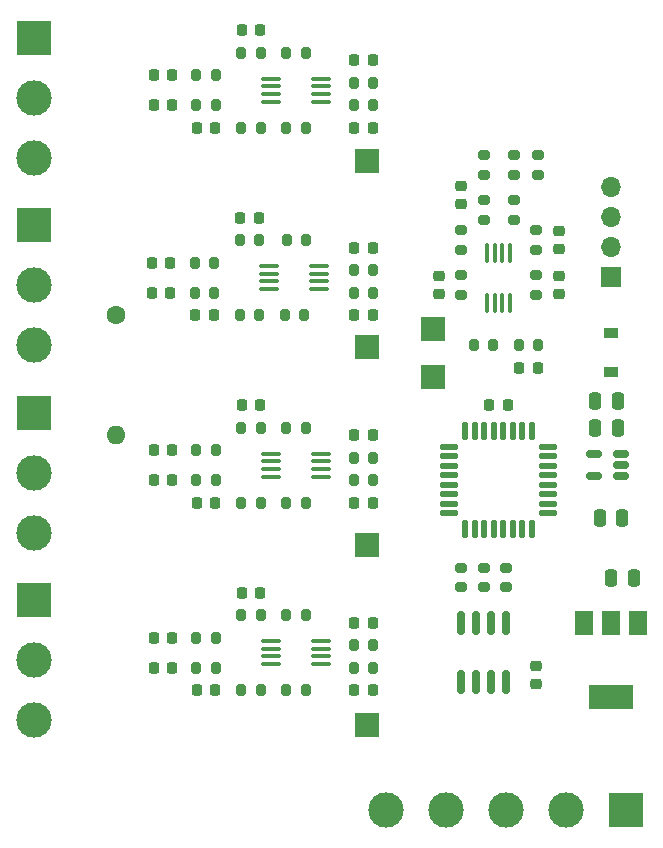
<source format=gts>
%TF.GenerationSoftware,KiCad,Pcbnew,(6.0.7)*%
%TF.CreationDate,2022-12-07T22:38:20+09:00*%
%TF.ProjectId,multi_channel_temperature,6d756c74-695f-4636-9861-6e6e656c5f74,rev?*%
%TF.SameCoordinates,Original*%
%TF.FileFunction,Soldermask,Top*%
%TF.FilePolarity,Negative*%
%FSLAX46Y46*%
G04 Gerber Fmt 4.6, Leading zero omitted, Abs format (unit mm)*
G04 Created by KiCad (PCBNEW (6.0.7)) date 2022-12-07 22:38:20*
%MOMM*%
%LPD*%
G01*
G04 APERTURE LIST*
G04 Aperture macros list*
%AMRoundRect*
0 Rectangle with rounded corners*
0 $1 Rounding radius*
0 $2 $3 $4 $5 $6 $7 $8 $9 X,Y pos of 4 corners*
0 Add a 4 corners polygon primitive as box body*
4,1,4,$2,$3,$4,$5,$6,$7,$8,$9,$2,$3,0*
0 Add four circle primitives for the rounded corners*
1,1,$1+$1,$2,$3*
1,1,$1+$1,$4,$5*
1,1,$1+$1,$6,$7*
1,1,$1+$1,$8,$9*
0 Add four rect primitives between the rounded corners*
20,1,$1+$1,$2,$3,$4,$5,0*
20,1,$1+$1,$4,$5,$6,$7,0*
20,1,$1+$1,$6,$7,$8,$9,0*
20,1,$1+$1,$8,$9,$2,$3,0*%
G04 Aperture macros list end*
%ADD10RoundRect,0.200000X-0.200000X-0.275000X0.200000X-0.275000X0.200000X0.275000X-0.200000X0.275000X0*%
%ADD11RoundRect,0.225000X-0.225000X-0.250000X0.225000X-0.250000X0.225000X0.250000X-0.225000X0.250000X0*%
%ADD12RoundRect,0.200000X-0.275000X0.200000X-0.275000X-0.200000X0.275000X-0.200000X0.275000X0.200000X0*%
%ADD13RoundRect,0.200000X0.200000X0.275000X-0.200000X0.275000X-0.200000X-0.275000X0.200000X-0.275000X0*%
%ADD14RoundRect,0.100000X-0.712500X-0.100000X0.712500X-0.100000X0.712500X0.100000X-0.712500X0.100000X0*%
%ADD15C,3.000000*%
%ADD16R,3.000000X3.000000*%
%ADD17R,2.000000X2.000000*%
%ADD18RoundRect,0.225000X0.225000X0.250000X-0.225000X0.250000X-0.225000X-0.250000X0.225000X-0.250000X0*%
%ADD19RoundRect,0.250000X-0.250000X-0.475000X0.250000X-0.475000X0.250000X0.475000X-0.250000X0.475000X0*%
%ADD20C,1.600000*%
%ADD21O,1.600000X1.600000*%
%ADD22RoundRect,0.225000X-0.250000X0.225000X-0.250000X-0.225000X0.250000X-0.225000X0.250000X0.225000X0*%
%ADD23RoundRect,0.225000X0.250000X-0.225000X0.250000X0.225000X-0.250000X0.225000X-0.250000X-0.225000X0*%
%ADD24RoundRect,0.125000X-0.125000X0.625000X-0.125000X-0.625000X0.125000X-0.625000X0.125000X0.625000X0*%
%ADD25RoundRect,0.125000X-0.625000X0.125000X-0.625000X-0.125000X0.625000X-0.125000X0.625000X0.125000X0*%
%ADD26R,1.500000X2.000000*%
%ADD27R,3.800000X2.000000*%
%ADD28R,1.700000X1.700000*%
%ADD29O,1.700000X1.700000*%
%ADD30RoundRect,0.100000X-0.100000X0.712500X-0.100000X-0.712500X0.100000X-0.712500X0.100000X0.712500X0*%
%ADD31RoundRect,0.250000X0.250000X0.475000X-0.250000X0.475000X-0.250000X-0.475000X0.250000X-0.475000X0*%
%ADD32R,1.200000X0.900000*%
%ADD33RoundRect,0.200000X0.275000X-0.200000X0.275000X0.200000X-0.275000X0.200000X-0.275000X-0.200000X0*%
%ADD34RoundRect,0.150000X0.512500X0.150000X-0.512500X0.150000X-0.512500X-0.150000X0.512500X-0.150000X0*%
%ADD35RoundRect,0.150000X-0.150000X0.825000X-0.150000X-0.825000X0.150000X-0.825000X0.150000X0.825000X0*%
G04 APERTURE END LIST*
D10*
%TO.C,R31*%
X-47320000Y26035000D03*
X-45670000Y26035000D03*
%TD*%
D11*
%TO.C,C13*%
X-47130000Y2540000D03*
X-45580000Y2540000D03*
%TD*%
D10*
%TO.C,R5*%
X-50990000Y14605000D03*
X-49340000Y14605000D03*
%TD*%
D12*
%TO.C,R39*%
X-28575000Y29400000D03*
X-28575000Y27750000D03*
%TD*%
D13*
%TO.C,R30*%
X-41720000Y-5715000D03*
X-43370000Y-5715000D03*
%TD*%
D14*
%TO.C,IC1*%
X-44657500Y14310000D03*
X-44657500Y13660000D03*
X-44657500Y13010000D03*
X-44657500Y12360000D03*
X-40432500Y12360000D03*
X-40432500Y13010000D03*
X-40432500Y13660000D03*
X-40432500Y14310000D03*
%TD*%
D12*
%TO.C,R44*%
X-28575000Y33210000D03*
X-28575000Y31560000D03*
%TD*%
D10*
%TO.C,R27*%
X-51130000Y27940000D03*
X-49480000Y27940000D03*
%TD*%
D15*
%TO.C,CN3*%
X-64770000Y7620000D03*
X-64770000Y12700000D03*
D16*
X-64770000Y17780000D03*
%TD*%
D13*
%TO.C,R32*%
X-41860000Y26035000D03*
X-43510000Y26035000D03*
%TD*%
D10*
%TO.C,R17*%
X-47180000Y635000D03*
X-45530000Y635000D03*
%TD*%
D17*
%TO.C,TP2*%
X-36576000Y39116000D03*
%TD*%
D10*
%TO.C,R22*%
X-51130000Y30480000D03*
X-49480000Y30480000D03*
%TD*%
D18*
%TO.C,C4*%
X-36055000Y47625000D03*
X-37605000Y47625000D03*
%TD*%
D12*
%TO.C,R47*%
X-26670000Y4635000D03*
X-26670000Y2985000D03*
%TD*%
D10*
%TO.C,R7*%
X-43370000Y16510000D03*
X-41720000Y16510000D03*
%TD*%
D14*
%TO.C,IC4*%
X-44797500Y30185000D03*
X-44797500Y29535000D03*
X-44797500Y28885000D03*
X-44797500Y28235000D03*
X-40572500Y28235000D03*
X-40572500Y28885000D03*
X-40572500Y29535000D03*
X-40572500Y30185000D03*
%TD*%
D11*
%TO.C,C17*%
X-54610000Y-3810000D03*
X-53060000Y-3810000D03*
%TD*%
D17*
%TO.C,TP1*%
X-36576000Y6604000D03*
%TD*%
D13*
%TO.C,R20*%
X-36005000Y29845000D03*
X-37655000Y29845000D03*
%TD*%
D19*
%TO.C,C27*%
X-15870000Y3810000D03*
X-13970000Y3810000D03*
%TD*%
D10*
%TO.C,R18*%
X-47320000Y32385000D03*
X-45670000Y32385000D03*
%TD*%
D12*
%TO.C,R37*%
X-24130000Y35750000D03*
X-24130000Y34100000D03*
%TD*%
D13*
%TO.C,R16*%
X-41720000Y41910000D03*
X-43370000Y41910000D03*
%TD*%
D10*
%TO.C,R15*%
X-47180000Y41910000D03*
X-45530000Y41910000D03*
%TD*%
D20*
%TO.C,R43*%
X-57785000Y26035000D03*
D21*
X-57785000Y15875000D03*
%TD*%
D10*
%TO.C,R24*%
X-43320000Y32385000D03*
X-41670000Y32385000D03*
%TD*%
D17*
%TO.C,TP4*%
X-36576000Y23368000D03*
%TD*%
D11*
%TO.C,C23*%
X-51080000Y26035000D03*
X-49530000Y26035000D03*
%TD*%
%TO.C,C7*%
X-54610000Y43815000D03*
X-53060000Y43815000D03*
%TD*%
D14*
%TO.C,IC3*%
X-44657500Y-1565000D03*
X-44657500Y-2215000D03*
X-44657500Y-2865000D03*
X-44657500Y-3515000D03*
X-40432500Y-3515000D03*
X-40432500Y-2865000D03*
X-40432500Y-2215000D03*
X-40432500Y-1565000D03*
%TD*%
D22*
%TO.C,C31*%
X-28575000Y36970000D03*
X-28575000Y35420000D03*
%TD*%
D19*
%TO.C,C32*%
X-17206000Y16510000D03*
X-15306000Y16510000D03*
%TD*%
D11*
%TO.C,C10*%
X-37605000Y10160000D03*
X-36055000Y10160000D03*
%TD*%
D10*
%TO.C,R26*%
X-37655000Y-3810000D03*
X-36005000Y-3810000D03*
%TD*%
%TO.C,R29*%
X-47180000Y-5715000D03*
X-45530000Y-5715000D03*
%TD*%
%TO.C,R12*%
X-37655000Y43815000D03*
X-36005000Y43815000D03*
%TD*%
D12*
%TO.C,R34*%
X-24130000Y39560000D03*
X-24130000Y37910000D03*
%TD*%
D10*
%TO.C,R11*%
X-50990000Y43815000D03*
X-49340000Y43815000D03*
%TD*%
%TO.C,R10*%
X-37655000Y12065000D03*
X-36005000Y12065000D03*
%TD*%
D15*
%TO.C,CN4*%
X-64770000Y-8255000D03*
X-64770000Y-3175000D03*
D16*
X-64770000Y1905000D03*
%TD*%
D11*
%TO.C,C12*%
X-37605000Y41910000D03*
X-36055000Y41910000D03*
%TD*%
D23*
%TO.C,C37*%
X-22225000Y-5220000D03*
X-22225000Y-3670000D03*
%TD*%
D11*
%TO.C,C28*%
X-23635000Y21590000D03*
X-22085000Y21590000D03*
%TD*%
%TO.C,C9*%
X-50940000Y10160000D03*
X-49390000Y10160000D03*
%TD*%
D13*
%TO.C,R3*%
X-36005000Y13970000D03*
X-37655000Y13970000D03*
%TD*%
D10*
%TO.C,R13*%
X-47180000Y10160000D03*
X-45530000Y10160000D03*
%TD*%
D24*
%TO.C,IC6*%
X-22600000Y16240000D03*
X-23400000Y16240000D03*
X-24200000Y16240000D03*
X-25000000Y16240000D03*
X-25800000Y16240000D03*
X-26600000Y16240000D03*
X-27400000Y16240000D03*
X-28200000Y16240000D03*
D25*
X-29575000Y14865000D03*
X-29575000Y14065000D03*
X-29575000Y13265000D03*
X-29575000Y12465000D03*
X-29575000Y11665000D03*
X-29575000Y10865000D03*
X-29575000Y10065000D03*
X-29575000Y9265000D03*
D24*
X-28200000Y7890000D03*
X-27400000Y7890000D03*
X-26600000Y7890000D03*
X-25800000Y7890000D03*
X-25000000Y7890000D03*
X-24200000Y7890000D03*
X-23400000Y7890000D03*
X-22600000Y7890000D03*
D25*
X-21225000Y9265000D03*
X-21225000Y10065000D03*
X-21225000Y10865000D03*
X-21225000Y11665000D03*
X-21225000Y12465000D03*
X-21225000Y13265000D03*
X-21225000Y14065000D03*
X-21225000Y14865000D03*
%TD*%
D26*
%TO.C,IC5*%
X-13575000Y-25000D03*
D27*
X-15875000Y-6325000D03*
D26*
X-15875000Y-25000D03*
X-18175000Y-25000D03*
%TD*%
D17*
%TO.C,TP5*%
X-30988000Y20828000D03*
%TD*%
D11*
%TO.C,C6*%
X-54610000Y14605000D03*
X-53060000Y14605000D03*
%TD*%
%TO.C,C20*%
X-54750000Y30480000D03*
X-53200000Y30480000D03*
%TD*%
%TO.C,C1*%
X-47130000Y18415000D03*
X-45580000Y18415000D03*
%TD*%
D28*
%TO.C,CN5*%
X-15875000Y29220000D03*
D29*
X-15875000Y31760000D03*
X-15875000Y34300000D03*
X-15875000Y36840000D03*
%TD*%
D10*
%TO.C,R9*%
X-50990000Y12065000D03*
X-49340000Y12065000D03*
%TD*%
D12*
%TO.C,R48*%
X-28575000Y4635000D03*
X-28575000Y2985000D03*
%TD*%
D11*
%TO.C,C18*%
X-54610000Y-1270000D03*
X-53060000Y-1270000D03*
%TD*%
D10*
%TO.C,R6*%
X-50990000Y46355000D03*
X-49340000Y46355000D03*
%TD*%
D30*
%TO.C,IC7*%
X-24425000Y31322500D03*
X-25075000Y31322500D03*
X-25725000Y31322500D03*
X-26375000Y31322500D03*
X-26375000Y27097500D03*
X-25725000Y27097500D03*
X-25075000Y27097500D03*
X-24425000Y27097500D03*
%TD*%
D10*
%TO.C,R23*%
X-43370000Y635000D03*
X-41720000Y635000D03*
%TD*%
D22*
%TO.C,C25*%
X-20320000Y33160000D03*
X-20320000Y31610000D03*
%TD*%
%TO.C,C29*%
X-20320000Y29350000D03*
X-20320000Y27800000D03*
%TD*%
D31*
%TO.C,C26*%
X-14925000Y8890000D03*
X-16825000Y8890000D03*
%TD*%
D13*
%TO.C,R19*%
X-36005000Y-1905000D03*
X-37655000Y-1905000D03*
%TD*%
%TO.C,R41*%
X-25845000Y23495000D03*
X-27495000Y23495000D03*
%TD*%
D12*
%TO.C,R40*%
X-26670000Y35750000D03*
X-26670000Y34100000D03*
%TD*%
D32*
%TO.C,D1*%
X-15875000Y21210000D03*
X-15875000Y24510000D03*
%TD*%
D10*
%TO.C,R2*%
X-47180000Y48260000D03*
X-45530000Y48260000D03*
%TD*%
D15*
%TO.C,CN2*%
X-64770000Y23495000D03*
X-64770000Y28575000D03*
D16*
X-64770000Y33655000D03*
%TD*%
D11*
%TO.C,C22*%
X-37605000Y-5715000D03*
X-36055000Y-5715000D03*
%TD*%
D33*
%TO.C,R42*%
X-22035000Y37910000D03*
X-22035000Y39560000D03*
%TD*%
D15*
%TO.C,CN1*%
X-64770000Y39370000D03*
X-64770000Y44450000D03*
D16*
X-64770000Y49530000D03*
%TD*%
D18*
%TO.C,C3*%
X-36055000Y15875000D03*
X-37605000Y15875000D03*
%TD*%
D11*
%TO.C,C8*%
X-54610000Y46355000D03*
X-53060000Y46355000D03*
%TD*%
D18*
%TO.C,C16*%
X-36055000Y31750000D03*
X-37605000Y31750000D03*
%TD*%
D17*
%TO.C,TP3*%
X-36576000Y-8636000D03*
%TD*%
D34*
%TO.C,IC8*%
X-15052500Y12385000D03*
X-15052500Y13335000D03*
X-15052500Y14285000D03*
X-17327500Y14285000D03*
X-17327500Y12385000D03*
%TD*%
D12*
%TO.C,R33*%
X-22225000Y33210000D03*
X-22225000Y31560000D03*
%TD*%
D10*
%TO.C,R28*%
X-37655000Y27940000D03*
X-36005000Y27940000D03*
%TD*%
%TO.C,R25*%
X-50990000Y-3810000D03*
X-49340000Y-3810000D03*
%TD*%
D14*
%TO.C,IC2*%
X-44657500Y46060000D03*
X-44657500Y45410000D03*
X-44657500Y44760000D03*
X-44657500Y44110000D03*
X-40432500Y44110000D03*
X-40432500Y44760000D03*
X-40432500Y45410000D03*
X-40432500Y46060000D03*
%TD*%
D13*
%TO.C,R4*%
X-36005000Y45720000D03*
X-37655000Y45720000D03*
%TD*%
D10*
%TO.C,R1*%
X-47180000Y16510000D03*
X-45530000Y16510000D03*
%TD*%
%TO.C,R21*%
X-50990000Y-1270000D03*
X-49340000Y-1270000D03*
%TD*%
D18*
%TO.C,C15*%
X-36055000Y0D03*
X-37605000Y0D03*
%TD*%
D11*
%TO.C,C24*%
X-37605000Y26035000D03*
X-36055000Y26035000D03*
%TD*%
%TO.C,C11*%
X-50940000Y41910000D03*
X-49390000Y41910000D03*
%TD*%
D10*
%TO.C,R8*%
X-43370000Y48260000D03*
X-41720000Y48260000D03*
%TD*%
D12*
%TO.C,R38*%
X-22225000Y29400000D03*
X-22225000Y27750000D03*
%TD*%
D11*
%TO.C,C5*%
X-54610000Y12065000D03*
X-53060000Y12065000D03*
%TD*%
D13*
%TO.C,R14*%
X-41720000Y10160000D03*
X-43370000Y10160000D03*
%TD*%
D35*
%TO.C,IC9*%
X-24765000Y-65000D03*
X-26035000Y-65000D03*
X-27305000Y-65000D03*
X-28575000Y-65000D03*
X-28575000Y-5015000D03*
X-27305000Y-5015000D03*
X-26035000Y-5015000D03*
X-24765000Y-5015000D03*
%TD*%
D12*
%TO.C,R35*%
X-26670000Y39560000D03*
X-26670000Y37910000D03*
%TD*%
D17*
%TO.C,TP6*%
X-30988000Y24892000D03*
%TD*%
D11*
%TO.C,C21*%
X-50940000Y-5715000D03*
X-49390000Y-5715000D03*
%TD*%
%TO.C,C14*%
X-47270000Y34290000D03*
X-45720000Y34290000D03*
%TD*%
%TO.C,C2*%
X-47130000Y50165000D03*
X-45580000Y50165000D03*
%TD*%
%TO.C,C19*%
X-54750000Y27940000D03*
X-53200000Y27940000D03*
%TD*%
D19*
%TO.C,C40*%
X-17206000Y18796000D03*
X-15306000Y18796000D03*
%TD*%
D22*
%TO.C,C30*%
X-30480000Y29350000D03*
X-30480000Y27800000D03*
%TD*%
D13*
%TO.C,R36*%
X-22035000Y23495000D03*
X-23685000Y23495000D03*
%TD*%
D18*
%TO.C,C33*%
X-24625000Y18415000D03*
X-26175000Y18415000D03*
%TD*%
D16*
%TO.C,CN6*%
X-14605000Y-15875000D03*
D15*
X-19685000Y-15875000D03*
X-24765000Y-15875000D03*
X-29845000Y-15875000D03*
X-34925000Y-15875000D03*
%TD*%
D12*
%TO.C,R45*%
X-24765000Y4635000D03*
X-24765000Y2985000D03*
%TD*%
M02*

</source>
